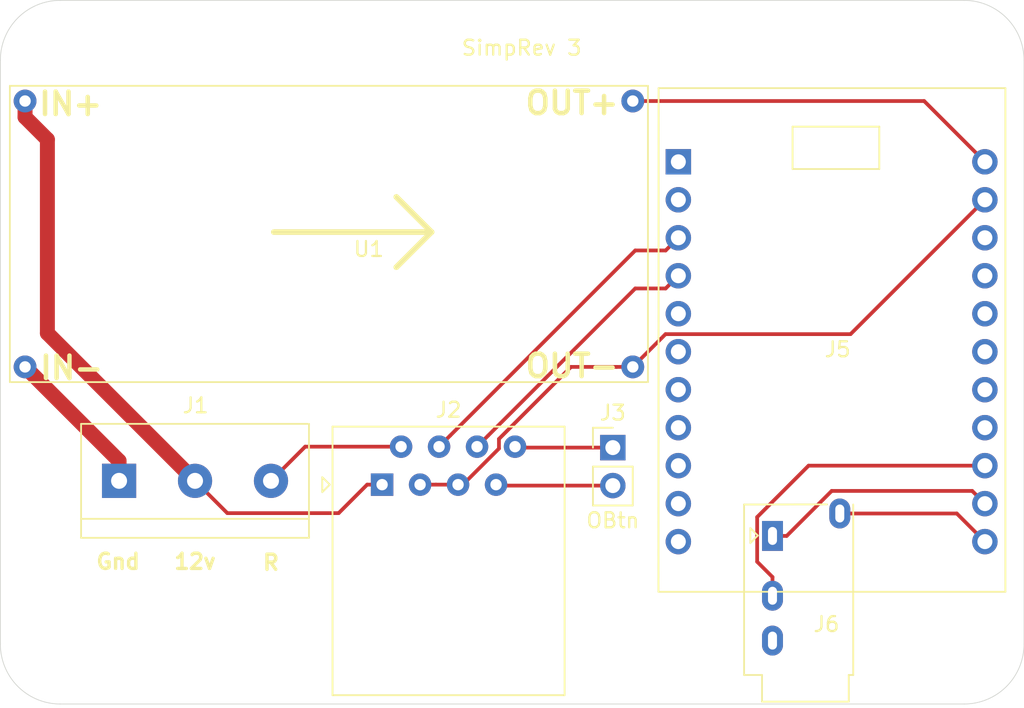
<source format=kicad_pcb>
(kicad_pcb (version 20171130) (host pcbnew "(5.1.2)-2")

  (general
    (thickness 1.6)
    (drawings 19)
    (tracks 49)
    (zones 0)
    (modules 10)
    (nets 29)
  )

  (page A4)
  (layers
    (0 F.Cu signal)
    (31 B.Cu signal)
    (32 B.Adhes user)
    (33 F.Adhes user)
    (34 B.Paste user)
    (35 F.Paste user)
    (36 B.SilkS user)
    (37 F.SilkS user)
    (38 B.Mask user)
    (39 F.Mask user)
    (40 Dwgs.User user)
    (41 Cmts.User user)
    (42 Eco1.User user)
    (43 Eco2.User user)
    (44 Edge.Cuts user)
    (45 Margin user)
    (46 B.CrtYd user)
    (47 F.CrtYd user)
    (48 B.Fab user)
    (49 F.Fab user)
  )

  (setup
    (last_trace_width 0.25)
    (user_trace_width 1)
    (trace_clearance 0.2)
    (zone_clearance 0.508)
    (zone_45_only no)
    (trace_min 0.2)
    (via_size 0.8)
    (via_drill 0.4)
    (via_min_size 0.4)
    (via_min_drill 0.3)
    (uvia_size 0.3)
    (uvia_drill 0.1)
    (uvias_allowed no)
    (uvia_min_size 0.2)
    (uvia_min_drill 0.1)
    (edge_width 0.05)
    (segment_width 0.2)
    (pcb_text_width 0.3)
    (pcb_text_size 1.5 1.5)
    (mod_edge_width 0.12)
    (mod_text_size 1 1)
    (mod_text_width 0.15)
    (pad_size 1.524 1.524)
    (pad_drill 0.762)
    (pad_to_mask_clearance 0.051)
    (solder_mask_min_width 0.25)
    (aux_axis_origin 0 0)
    (visible_elements 7FFFFFFF)
    (pcbplotparams
      (layerselection 0x010fc_ffffffff)
      (usegerberextensions false)
      (usegerberattributes false)
      (usegerberadvancedattributes false)
      (creategerberjobfile false)
      (excludeedgelayer true)
      (linewidth 0.100000)
      (plotframeref false)
      (viasonmask false)
      (mode 1)
      (useauxorigin false)
      (hpglpennumber 1)
      (hpglpenspeed 20)
      (hpglpendiameter 15.000000)
      (psnegative false)
      (psa4output false)
      (plotreference true)
      (plotvalue true)
      (plotinvisibletext false)
      (padsonsilk false)
      (subtractmaskfromsilk false)
      (outputformat 1)
      (mirror false)
      (drillshape 0)
      (scaleselection 1)
      (outputdirectory "Gerbers/"))
  )

  (net 0 "")
  (net 1 GND)
  (net 2 +12V)
  (net 3 "Net-(J2-Pad4)")
  (net 4 "Net-(J2-Pad7)")
  (net 5 "Net-(J2-Pad8)")
  (net 6 "Net-(J5-Pad1)")
  (net 7 +5V)
  (net 8 "Net-(J5-Pad3)")
  (net 9 "Net-(J5-Pad6)")
  (net 10 "Net-(J5-Pad8)")
  (net 11 "Net-(J5-Pad9)")
  (net 12 "Net-(J5-Pad10)")
  (net 13 "Net-(J5-Pad11)")
  (net 14 "Net-(J5-Pad12)")
  (net 15 "Net-(J5-Pad13)")
  (net 16 "Net-(J5-Pad14)")
  (net 17 "Net-(J5-Pad15)")
  (net 18 "Net-(J5-Pad16)")
  (net 19 "Net-(J5-Pad17)")
  (net 20 "Net-(J5-Pad18)")
  (net 21 "Net-(J5-Pad19)")
  (net 22 "Net-(J5-Pad20)")
  (net 23 "Net-(J5-Pad21)")
  (net 24 "Net-(J5-Pad22)")
  (net 25 "Net-(J6-PadR2)")
  (net 26 "Net-(J2-Pad6)")
  (net 27 GNDPWR)
  (net 28 "Net-(J1-Pad3)")

  (net_class Default "This is the default net class."
    (clearance 0.2)
    (trace_width 0.25)
    (via_dia 0.8)
    (via_drill 0.4)
    (uvia_dia 0.3)
    (uvia_drill 0.1)
    (add_net +12V)
    (add_net +5V)
    (add_net GND)
    (add_net GNDPWR)
    (add_net "Net-(J1-Pad3)")
    (add_net "Net-(J2-Pad4)")
    (add_net "Net-(J2-Pad6)")
    (add_net "Net-(J2-Pad7)")
    (add_net "Net-(J2-Pad8)")
    (add_net "Net-(J5-Pad1)")
    (add_net "Net-(J5-Pad10)")
    (add_net "Net-(J5-Pad11)")
    (add_net "Net-(J5-Pad12)")
    (add_net "Net-(J5-Pad13)")
    (add_net "Net-(J5-Pad14)")
    (add_net "Net-(J5-Pad15)")
    (add_net "Net-(J5-Pad16)")
    (add_net "Net-(J5-Pad17)")
    (add_net "Net-(J5-Pad18)")
    (add_net "Net-(J5-Pad19)")
    (add_net "Net-(J5-Pad20)")
    (add_net "Net-(J5-Pad21)")
    (add_net "Net-(J5-Pad22)")
    (add_net "Net-(J5-Pad3)")
    (add_net "Net-(J5-Pad6)")
    (add_net "Net-(J5-Pad8)")
    (add_net "Net-(J5-Pad9)")
    (add_net "Net-(J6-PadR2)")
  )

  (module MountingHole:MountingHole_3mm (layer F.Cu) (tedit 56D1B4CB) (tstamp 5DD8B2BD)
    (at 138.684 51.562)
    (descr "Mounting Hole 3mm, no annular")
    (tags "mounting hole 3mm no annular")
    (attr virtual)
    (fp_text reference REF (at 5.0165 -0.127) (layer F.Fab)
      (effects (font (size 1 1) (thickness 0.15)))
    )
    (fp_text value MountingHole_3mm (at 5.3975 3.8735) (layer F.Fab)
      (effects (font (size 1 1) (thickness 0.15)))
    )
    (fp_circle (center 0 0) (end 3.25 0) (layer F.CrtYd) (width 0.05))
    (fp_circle (center 0 0) (end 3 0) (layer Cmts.User) (width 0.15))
    (fp_text user %R (at 0.3 0) (layer F.Fab)
      (effects (font (size 1 1) (thickness 0.15)))
    )
    (pad 1 np_thru_hole circle (at 0 0) (size 3 3) (drill 3) (layers *.Cu *.Mask))
  )

  (module "Useful Modifications:TerminalBlock_bornier-2_P5.08mm" (layer F.Cu) (tedit 5E48E9EF) (tstamp 5E4937AE)
    (at 141.4145 80.2005)
    (descr "simple 2-pin terminal block, pitch 5.08mm, revamped version of bornier2")
    (tags "terminal block bornier2")
    (path /5E48F627)
    (fp_text reference J1 (at 5.1181 -5.0419) (layer F.SilkS)
      (effects (font (size 1 1) (thickness 0.15)))
    )
    (fp_text value "Power and GoBtn" (at 5.207 3.048) (layer F.Fab)
      (effects (font (size 1 1) (thickness 0.15)))
    )
    (fp_text user %R (at 5.1308 -2.2352) (layer F.Fab)
      (effects (font (size 1 1) (thickness 0.15)))
    )
    (fp_line (start -2.41 2.55) (end 7.49 2.55) (layer F.Fab) (width 0.1))
    (fp_line (start -2.46 -3.75) (end -2.46 3.75) (layer F.Fab) (width 0.1))
    (fp_line (start -2.46 3.75) (end 12.62 3.75) (layer F.Fab) (width 0.1))
    (fp_line (start 12.62 3.75) (end 12.62 -3.75) (layer F.Fab) (width 0.1))
    (fp_line (start 12.62 -3.75) (end -2.46 -3.75) (layer F.Fab) (width 0.1))
    (fp_line (start 12.7 2.54) (end -2.54 2.54) (layer F.SilkS) (width 0.12))
    (fp_line (start 12.7 3.81) (end 12.7 -3.81) (layer F.SilkS) (width 0.12))
    (fp_line (start 12.7 -3.81) (end -2.54 -3.81) (layer F.SilkS) (width 0.12))
    (fp_line (start -2.54 -3.81) (end -2.54 3.81) (layer F.SilkS) (width 0.12))
    (fp_line (start -2.54 3.81) (end 12.7 3.81) (layer F.SilkS) (width 0.12))
    (fp_line (start -2.71 -4) (end 12.87 -4) (layer F.CrtYd) (width 0.05))
    (fp_line (start -2.71 -4) (end -2.71 4) (layer F.CrtYd) (width 0.05))
    (fp_line (start 12.87 4) (end 12.87 -4) (layer F.CrtYd) (width 0.05))
    (fp_line (start 12.87 4) (end -2.71 4) (layer F.CrtYd) (width 0.05))
    (pad 1 thru_hole rect (at 0 0) (size 2.286 2.286) (drill 1.0668) (layers *.Cu *.Mask)
      (net 27 GNDPWR))
    (pad 2 thru_hole circle (at 5.08 0) (size 2.286 2.286) (drill 1.0668) (layers *.Cu *.Mask)
      (net 2 +12V))
    (pad 3 thru_hole circle (at 10.16 0) (size 2.286 2.286) (drill 1.0668) (layers *.Cu *.Mask)
      (net 28 "Net-(J1-Pad3)"))
    (model ${KISYS3DMOD}/TerminalBlock.3dshapes/TerminalBlock_bornier-2_P5.08mm.wrl
      (offset (xyz 2.539999961853027 0 0))
      (scale (xyz 1 1 1))
      (rotate (xyz 0 0 0))
    )
  )

  (module "Useful Modifications:Jack_3.5mm_PJ320A_Horizontal" (layer F.Cu) (tedit 5DD8B2A8) (tstamp 5DD676F8)
    (at 189.611 83.8835 180)
    (descr "Headphones with microphone connector, 3.5mm, 4 pins (http://www.qingpu-electronics.com/en/products/WQP-PJ320E-177.html)")
    (tags "3.5mm jack mic microphone phones headphones 4pins audio plug")
    (path /5DD6A4B7)
    (fp_text reference J6 (at 0.889 -5.9055 180) (layer F.SilkS)
      (effects (font (size 1 1) (thickness 0.15)))
    )
    (fp_text value AudioJack4 (at 2.794 -5.715 180) (layer F.Fab)
      (effects (font (size 1 1) (thickness 0.15)))
    )
    (fp_circle (center 0.9 0) (end 1.2 0.15) (layer F.Fab) (width 0.12))
    (fp_line (start -1.3 -11.484) (end 6.8 -11.484) (layer F.CrtYd) (width 0.05))
    (fp_line (start -0.6 -9.3) (end -0.6 -11.084) (layer F.SilkS) (width 0.12))
    (fp_line (start 5.2 -9.3) (end 5.2 -11.084) (layer F.SilkS) (width 0.12))
    (fp_line (start 6.4 -9.3) (end 6.4 2.1) (layer F.SilkS) (width 0.12))
    (fp_line (start 5.2 -11.084) (end -0.6 -11.084) (layer F.SilkS) (width 0.12))
    (fp_line (start -0.9 -9.3) (end -0.6 -9.3) (layer F.SilkS) (width 0.12))
    (fp_line (start 5.2 -9.3) (end 6.4 -9.3) (layer F.SilkS) (width 0.12))
    (fp_line (start 6.8 -11.484) (end 6.8 3) (layer F.CrtYd) (width 0.05))
    (fp_line (start -1.3 -11.484) (end -1.3 3) (layer F.CrtYd) (width 0.05))
    (fp_line (start -1.3 3) (end 6.8 3) (layer F.CrtYd) (width 0.05))
    (fp_line (start 0.8509 2.1082) (end 6.4 2.1) (layer F.SilkS) (width 0.12))
    (fp_line (start -0.9 -9.3) (end -0.9 2.1) (layer F.SilkS) (width 0.12))
    (fp_line (start 6.3 -9.2) (end 6.3 2) (layer F.Fab) (width 0.1))
    (fp_line (start 5.1 -9.2) (end 6.3 -9.2) (layer F.Fab) (width 0.1))
    (fp_line (start 5.1 -10.984) (end 5.1 -9.2) (layer F.Fab) (width 0.1))
    (fp_line (start -0.5 -10.984) (end 5.1 -10.984) (layer F.Fab) (width 0.1))
    (fp_line (start -0.5 -9.2) (end -0.5 -10.984) (layer F.Fab) (width 0.1))
    (fp_line (start -0.8 -9.2) (end -0.5 -9.2) (layer F.Fab) (width 0.1))
    (fp_line (start -0.8 2) (end -0.8 -9.2) (layer F.Fab) (width 0.1))
    (fp_line (start 6.3 2) (end 0.9271 2) (layer F.Fab) (width 0.1))
    (fp_line (start 5.4799 0.0254) (end 5.9799 0.5254) (layer F.SilkS) (width 0.12))
    (fp_line (start 5.9799 0.5254) (end 5.9799 -0.4746) (layer F.SilkS) (width 0.12))
    (fp_line (start 5.9799 -0.4746) (end 5.4799 0.0254) (layer F.SilkS) (width 0.12))
    (fp_text user %R (at 0.762 -3.7465 180) (layer F.Fab)
      (effects (font (size 1 1) (thickness 0.15)))
    )
    (pad "" np_thru_hole circle (at 2 -1.5 90) (size 1.2 1.2) (drill 1.2) (layers *.Cu *.Mask))
    (pad "" np_thru_hole circle (at 2 -8.5 90) (size 1.2 1.2) (drill 1.2) (layers *.Cu *.Mask))
    (pad R2 thru_hole oval (at 4.5 -7 90) (size 2 1.4) (drill oval 1.2 0.6) (layers *.Cu *.Mask)
      (net 25 "Net-(J6-PadR2)"))
    (pad R1 thru_hole oval (at 4.5 -4 90) (size 2 1.4) (drill oval 1.2 0.6) (layers *.Cu *.Mask)
      (net 20 "Net-(J5-Pad18)"))
    (pad T thru_hole rect (at 4.5 0 90) (size 2 1.4) (drill oval 1.2 0.6) (layers *.Cu *.Mask)
      (net 22 "Net-(J5-Pad20)"))
    (pad S thru_hole oval (at 0 1.5 90) (size 2 1.4) (drill oval 1.2 0.6) (layers *.Cu *.Mask)
      (net 24 "Net-(J5-Pad22)"))
    (model ${KISYS3DMOD}/Connector_Audio.3dshapes/Jack_3.5mm_PJ320E_Horizontal.wrl
      (at (xyz 0 0 0))
      (scale (xyz 1 1 1))
      (rotate (xyz 0 0 0))
    )
  )

  (module MountingHole:MountingHole_3mm (layer F.Cu) (tedit 56D1B4CB) (tstamp 5DD8B05E)
    (at 198.12 51.562)
    (descr "Mounting Hole 3mm, no annular")
    (tags "mounting hole 3mm no annular")
    (attr virtual)
    (fp_text reference REF (at -6.0325 0.0635) (layer F.Fab)
      (effects (font (size 1 1) (thickness 0.15)))
    )
    (fp_text value MountingHole_3mm (at -4.699 3.81) (layer F.Fab)
      (effects (font (size 1 1) (thickness 0.15)))
    )
    (fp_text user %R (at 0.3 0) (layer F.Fab)
      (effects (font (size 1 1) (thickness 0.15)))
    )
    (fp_circle (center 0 0) (end 3 0) (layer Cmts.User) (width 0.15))
    (fp_circle (center 0 0) (end 3.25 0) (layer F.CrtYd) (width 0.05))
    (pad 1 np_thru_hole circle (at 0 0) (size 3 3) (drill 3) (layers *.Cu *.Mask))
  )

  (module MountingHole:MountingHole_3mm (layer F.Cu) (tedit 56D1B4CB) (tstamp 5DD8AFAA)
    (at 198.12 91.1225)
    (descr "Mounting Hole 3mm, no annular")
    (tags "mounting hole 3mm no annular")
    (attr virtual)
    (fp_text reference REF (at 0 -4) (layer F.Fab)
      (effects (font (size 1 1) (thickness 0.15)))
    )
    (fp_text value MountingHole_3mm (at -4.5085 2.286) (layer F.Fab)
      (effects (font (size 1 1) (thickness 0.15)))
    )
    (fp_text user %R (at 0.3 0) (layer F.Fab)
      (effects (font (size 1 1) (thickness 0.15)))
    )
    (fp_circle (center 0 0) (end 3 0) (layer Cmts.User) (width 0.15))
    (fp_circle (center 0 0) (end 3.25 0) (layer F.CrtYd) (width 0.05))
    (pad 1 np_thru_hole circle (at 0 0) (size 3 3) (drill 3) (layers *.Cu *.Mask))
  )

  (module "Useful Modifications:FXSound_2x11_P2.54mm_Short" (layer F.Cu) (tedit 5DBB7CC0) (tstamp 5DD676D5)
    (at 178.816 58.8645)
    (descr "Through hole straight pin header, 2x14, 2.54mm pitch, double rows")
    (tags "Through hole pin header THT 2x14 2.54mm double row")
    (path /5DD617CB)
    (fp_text reference J5 (at 10.6553 12.5476) (layer F.SilkS)
      (effects (font (size 1 1) (thickness 0.15)))
    )
    (fp_text value FX_Sound (at 10.795 14.605) (layer F.Fab)
      (effects (font (size 1 1) (thickness 0.15)))
    )
    (fp_line (start -1.8 -1.5) (end 1.3 -1.5) (layer F.CrtYd) (width 0.05))
    (fp_line (start -1.8 26.5) (end 1.3 26.5) (layer F.CrtYd) (width 0.05))
    (fp_line (start 19.2 -1.5) (end 22.35 -1.5) (layer F.CrtYd) (width 0.05))
    (fp_line (start 19.2 26.5) (end 22.35 26.5) (layer F.CrtYd) (width 0.05))
    (fp_line (start 19.2 -1.5) (end 19.2 26.5) (layer F.CrtYd) (width 0.05))
    (fp_line (start 1.3 -1.5) (end 1.3 26.5) (layer F.CrtYd) (width 0.05))
    (fp_line (start -1.2446 -4.8655) (end 21.81 -4.8655) (layer F.Fab) (width 0.1))
    (fp_line (start 21.81 -4.8655) (end 21.81 28.6945) (layer F.Fab) (width 0.1))
    (fp_line (start 21.81 28.6945) (end -1.27 28.6945) (layer F.Fab) (width 0.1))
    (fp_line (start -1.27 28.6945) (end -1.2446 -4.8655) (layer F.Fab) (width 0.1))
    (fp_line (start -1.33 28.7545) (end 21.87 28.7545) (layer F.SilkS) (width 0.12))
    (fp_line (start -1.3208 -4.9255) (end -1.33 28.7545) (layer F.SilkS) (width 0.12))
    (fp_line (start 21.87 -4.9255) (end 21.87 28.7545) (layer F.SilkS) (width 0.12))
    (fp_line (start -1.3208 -4.9255) (end 21.87 -4.9255) (layer F.SilkS) (width 0.12))
    (fp_line (start -1.8 -1.5) (end -1.8 26.5) (layer F.CrtYd) (width 0.05))
    (fp_line (start 22.35 26.5) (end 22.35 -1.5) (layer F.CrtYd) (width 0.05))
    (fp_text user %R (at 1.778 17.018 90) (layer F.Fab)
      (effects (font (size 1 1) (thickness 0.15)))
    )
    (fp_line (start 7.6381 -2.3495) (end 13.4381 -2.3495) (layer F.SilkS) (width 0.12))
    (fp_line (start 13.4381 -2.3495) (end 13.4381 0.4826) (layer F.SilkS) (width 0.12))
    (fp_line (start 13.4381 0.4826) (end 7.6381 0.4826) (layer F.SilkS) (width 0.12))
    (fp_line (start 7.6381 0.4826) (end 7.6381 -2.3495) (layer F.SilkS) (width 0.12))
    (pad 1 thru_hole rect (at 0 0) (size 1.7 1.7) (drill 1) (layers *.Cu *.Mask)
      (net 6 "Net-(J5-Pad1)"))
    (pad 2 thru_hole oval (at 20.5 0) (size 1.7 1.7) (drill 1) (layers *.Cu *.Mask)
      (net 7 +5V))
    (pad 3 thru_hole oval (at 0 2.54) (size 1.7 1.7) (drill 1) (layers *.Cu *.Mask)
      (net 8 "Net-(J5-Pad3)"))
    (pad 4 thru_hole oval (at 20.5 2.54) (size 1.7 1.7) (drill 1) (layers *.Cu *.Mask)
      (net 1 GND))
    (pad 5 thru_hole oval (at 0 5.08) (size 1.7 1.7) (drill 1) (layers *.Cu *.Mask)
      (net 3 "Net-(J2-Pad4)"))
    (pad 6 thru_hole oval (at 20.5 5.08) (size 1.7 1.7) (drill 1) (layers *.Cu *.Mask)
      (net 9 "Net-(J5-Pad6)"))
    (pad 7 thru_hole oval (at 0 7.62) (size 1.7 1.7) (drill 1) (layers *.Cu *.Mask)
      (net 26 "Net-(J2-Pad6)"))
    (pad 8 thru_hole oval (at 20.5 7.62) (size 1.7 1.7) (drill 1) (layers *.Cu *.Mask)
      (net 10 "Net-(J5-Pad8)"))
    (pad 9 thru_hole oval (at 0 10.16) (size 1.7 1.7) (drill 1) (layers *.Cu *.Mask)
      (net 11 "Net-(J5-Pad9)"))
    (pad 10 thru_hole oval (at 20.5 10.16) (size 1.7 1.7) (drill 1) (layers *.Cu *.Mask)
      (net 12 "Net-(J5-Pad10)"))
    (pad 11 thru_hole oval (at 0 12.7) (size 1.7 1.7) (drill 1) (layers *.Cu *.Mask)
      (net 13 "Net-(J5-Pad11)"))
    (pad 12 thru_hole oval (at 20.5 12.7) (size 1.7 1.7) (drill 1) (layers *.Cu *.Mask)
      (net 14 "Net-(J5-Pad12)"))
    (pad 13 thru_hole oval (at 0 15.24) (size 1.7 1.7) (drill 1) (layers *.Cu *.Mask)
      (net 15 "Net-(J5-Pad13)"))
    (pad 14 thru_hole oval (at 20.5 15.24) (size 1.7 1.7) (drill 1) (layers *.Cu *.Mask)
      (net 16 "Net-(J5-Pad14)"))
    (pad 15 thru_hole oval (at 0 17.78) (size 1.7 1.7) (drill 1) (layers *.Cu *.Mask)
      (net 17 "Net-(J5-Pad15)"))
    (pad 16 thru_hole oval (at 20.5 17.78) (size 1.7 1.7) (drill 1) (layers *.Cu *.Mask)
      (net 18 "Net-(J5-Pad16)"))
    (pad 17 thru_hole oval (at 0 20.32) (size 1.7 1.7) (drill 1) (layers *.Cu *.Mask)
      (net 19 "Net-(J5-Pad17)"))
    (pad 18 thru_hole oval (at 20.5 20.32) (size 1.7 1.7) (drill 1) (layers *.Cu *.Mask)
      (net 20 "Net-(J5-Pad18)"))
    (pad 19 thru_hole oval (at 0 22.86) (size 1.7 1.7) (drill 1) (layers *.Cu *.Mask)
      (net 21 "Net-(J5-Pad19)"))
    (pad 20 thru_hole oval (at 20.5 22.86) (size 1.7 1.7) (drill 1) (layers *.Cu *.Mask)
      (net 22 "Net-(J5-Pad20)"))
    (pad 21 thru_hole oval (at 0 25.4) (size 1.7 1.7) (drill 1) (layers *.Cu *.Mask)
      (net 23 "Net-(J5-Pad21)"))
    (pad 22 thru_hole oval (at 20.5 25.4) (size 1.7 1.7) (drill 1) (layers *.Cu *.Mask)
      (net 24 "Net-(J5-Pad22)"))
    (model ${KISYS3DMOD}/Connector_PinHeader_2.54mm.3dshapes/PinHeader_2x14_P2.54mm_Vertical.wrl
      (at (xyz 0 0 0))
      (scale (xyz 1 1 1))
      (rotate (xyz 0 0 0))
    )
  )

  (module MountingHole:MountingHole_3mm (layer F.Cu) (tedit 56D1B4CB) (tstamp 5DD8AED1)
    (at 138.684 91.1225)
    (descr "Mounting Hole 3mm, no annular")
    (tags "mounting hole 3mm no annular")
    (attr virtual)
    (fp_text reference REF (at 0 -4) (layer F.Fab)
      (effects (font (size 1 1) (thickness 0.15)))
    )
    (fp_text value MountingHole_3mm (at 4.445 2.0955) (layer F.Fab)
      (effects (font (size 1 1) (thickness 0.15)))
    )
    (fp_circle (center 0 0) (end 3.25 0) (layer F.CrtYd) (width 0.05))
    (fp_circle (center 0 0) (end 3 0) (layer Cmts.User) (width 0.15))
    (fp_text user %R (at 0.3 0) (layer F.Fab)
      (effects (font (size 1 1) (thickness 0.15)))
    )
    (pad 1 np_thru_hole circle (at 0 0) (size 3 3) (drill 3) (layers *.Cu *.Mask))
  )

  (module Connector_RJ:RJ45_Amphenol_54602-x08_Horizontal (layer F.Cu) (tedit 5B103613) (tstamp 5DD6767F)
    (at 159.004 80.4545)
    (descr "8 Pol Shallow Latch Connector, Modjack, RJ45 (https://cdn.amphenol-icc.com/media/wysiwyg/files/drawing/c-bmj-0102.pdf)")
    (tags RJ45)
    (path /5DD687C7)
    (fp_text reference J2 (at 4.445 -5) (layer F.SilkS)
      (effects (font (size 1 1) (thickness 0.15)))
    )
    (fp_text value RJ45 (at 4.445 4) (layer F.Fab)
      (effects (font (size 1 1) (thickness 0.15)))
    )
    (fp_text user %R (at 4.445 2) (layer F.Fab)
      (effects (font (size 1 1) (thickness 0.15)))
    )
    (fp_line (start -4 0.5) (end -3.5 0) (layer F.SilkS) (width 0.12))
    (fp_line (start -4 -0.5) (end -4 0.5) (layer F.SilkS) (width 0.12))
    (fp_line (start -3.5 0) (end -4 -0.5) (layer F.SilkS) (width 0.12))
    (fp_line (start -3.205 13.97) (end -3.205 -2.77) (layer F.Fab) (width 0.12))
    (fp_line (start 12.095 13.97) (end -3.205 13.97) (layer F.Fab) (width 0.12))
    (fp_line (start 12.095 -3.77) (end 12.095 13.97) (layer F.Fab) (width 0.12))
    (fp_line (start -2.205 -3.77) (end 12.095 -3.77) (layer F.Fab) (width 0.12))
    (fp_line (start -3.205 -2.77) (end -2.205 -3.77) (layer F.Fab) (width 0.12))
    (fp_line (start -3.315 14.08) (end 12.205 14.08) (layer F.SilkS) (width 0.12))
    (fp_line (start 12.205 -3.88) (end 12.205 14.08) (layer F.SilkS) (width 0.12))
    (fp_line (start 12.205 -3.88) (end -3.315 -3.88) (layer F.SilkS) (width 0.12))
    (fp_line (start -3.315 -3.88) (end -3.315 14.08) (layer F.SilkS) (width 0.12))
    (fp_line (start -3.71 -4.27) (end 12.6 -4.27) (layer F.CrtYd) (width 0.05))
    (fp_line (start -3.71 -4.27) (end -3.71 14.47) (layer F.CrtYd) (width 0.05))
    (fp_line (start 12.6 14.47) (end 12.6 -4.27) (layer F.CrtYd) (width 0.05))
    (fp_line (start 12.6 14.47) (end -3.71 14.47) (layer F.CrtYd) (width 0.05))
    (pad "" np_thru_hole circle (at 10.16 6.35) (size 3.2 3.2) (drill 3.2) (layers *.Cu *.Mask))
    (pad "" np_thru_hole circle (at -1.27 6.35) (size 3.2 3.2) (drill 3.2) (layers *.Cu *.Mask))
    (pad 1 thru_hole rect (at 0 0) (size 1.5 1.5) (drill 0.76) (layers *.Cu *.Mask)
      (net 2 +12V))
    (pad 2 thru_hole circle (at 1.27 -2.54) (size 1.5 1.5) (drill 0.76) (layers *.Cu *.Mask)
      (net 28 "Net-(J1-Pad3)"))
    (pad 3 thru_hole circle (at 2.54 0) (size 1.5 1.5) (drill 0.76) (layers *.Cu *.Mask)
      (net 1 GND))
    (pad 4 thru_hole circle (at 3.81 -2.54) (size 1.5 1.5) (drill 0.76) (layers *.Cu *.Mask)
      (net 3 "Net-(J2-Pad4)"))
    (pad 5 thru_hole circle (at 5.08 0) (size 1.5 1.5) (drill 0.76) (layers *.Cu *.Mask)
      (net 1 GND))
    (pad 6 thru_hole circle (at 6.35 -2.54) (size 1.5 1.5) (drill 0.76) (layers *.Cu *.Mask)
      (net 26 "Net-(J2-Pad6)"))
    (pad 7 thru_hole circle (at 7.62 0) (size 1.5 1.5) (drill 0.76) (layers *.Cu *.Mask)
      (net 4 "Net-(J2-Pad7)"))
    (pad 8 thru_hole circle (at 8.89 -2.54) (size 1.5 1.5) (drill 0.76) (layers *.Cu *.Mask)
      (net 5 "Net-(J2-Pad8)"))
    (model ${KISYS3DMOD}/Connector_RJ.3dshapes/RJ45_Amphenol_54602-x08_Horizontal.wrl
      (at (xyz 0 0 0))
      (scale (xyz 1 1 1))
      (rotate (xyz 0 0 0))
    )
  )

  (module Connector_PinHeader_2.54mm:PinHeader_1x02_P2.54mm_Vertical (layer F.Cu) (tedit 59FED5CC) (tstamp 5DD67695)
    (at 174.4345 77.978)
    (descr "Through hole straight pin header, 1x02, 2.54mm pitch, single row")
    (tags "Through hole pin header THT 1x02 2.54mm single row")
    (path /5DD6A29E)
    (fp_text reference J3 (at 0 -2.33) (layer F.SilkS)
      (effects (font (size 1 1) (thickness 0.15)))
    )
    (fp_text value OBtn (at 0 4.87) (layer F.SilkS)
      (effects (font (size 1 1) (thickness 0.15)))
    )
    (fp_line (start -0.635 -1.27) (end 1.27 -1.27) (layer F.Fab) (width 0.1))
    (fp_line (start 1.27 -1.27) (end 1.27 3.81) (layer F.Fab) (width 0.1))
    (fp_line (start 1.27 3.81) (end -1.27 3.81) (layer F.Fab) (width 0.1))
    (fp_line (start -1.27 3.81) (end -1.27 -0.635) (layer F.Fab) (width 0.1))
    (fp_line (start -1.27 -0.635) (end -0.635 -1.27) (layer F.Fab) (width 0.1))
    (fp_line (start -1.33 3.87) (end 1.33 3.87) (layer F.SilkS) (width 0.12))
    (fp_line (start -1.33 1.27) (end -1.33 3.87) (layer F.SilkS) (width 0.12))
    (fp_line (start 1.33 1.27) (end 1.33 3.87) (layer F.SilkS) (width 0.12))
    (fp_line (start -1.33 1.27) (end 1.33 1.27) (layer F.SilkS) (width 0.12))
    (fp_line (start -1.33 0) (end -1.33 -1.33) (layer F.SilkS) (width 0.12))
    (fp_line (start -1.33 -1.33) (end 0 -1.33) (layer F.SilkS) (width 0.12))
    (fp_line (start -1.8 -1.8) (end -1.8 4.35) (layer F.CrtYd) (width 0.05))
    (fp_line (start -1.8 4.35) (end 1.8 4.35) (layer F.CrtYd) (width 0.05))
    (fp_line (start 1.8 4.35) (end 1.8 -1.8) (layer F.CrtYd) (width 0.05))
    (fp_line (start 1.8 -1.8) (end -1.8 -1.8) (layer F.CrtYd) (width 0.05))
    (fp_text user %R (at 0 1.27 90) (layer F.Fab)
      (effects (font (size 1 1) (thickness 0.15)))
    )
    (pad 1 thru_hole rect (at 0 0) (size 1.7 1.7) (drill 1) (layers *.Cu *.Mask)
      (net 5 "Net-(J2-Pad8)"))
    (pad 2 thru_hole oval (at 0 2.54) (size 1.7 1.7) (drill 1) (layers *.Cu *.Mask)
      (net 4 "Net-(J2-Pad7)"))
    (model ${KISYS3DMOD}/Connector_PinHeader_2.54mm.3dshapes/PinHeader_1x02_P2.54mm_Vertical.wrl
      (at (xyz 0 0 0))
      (scale (xyz 1 1 1))
      (rotate (xyz 0 0 0))
    )
  )

  (module "Useful Modifications:Regulator_LM2596Adj" (layer F.Cu) (tedit 5DD6226C) (tstamp 5DD6795C)
    (at 157.988 64.9605)
    (path /5DD765A7)
    (fp_text reference U1 (at 0.127 -0.254) (layer F.SilkS)
      (effects (font (size 1 1) (thickness 0.15)))
    )
    (fp_text value LM2596 (at 0.0635 -2.3495) (layer F.Fab)
      (effects (font (size 1 1) (thickness 0.15)))
    )
    (fp_line (start 18.796 -11.176) (end -23.876 -11.176) (layer F.SilkS) (width 0.12))
    (fp_line (start 18.796 8.636) (end 18.796 -11.176) (layer F.SilkS) (width 0.12))
    (fp_line (start -23.876 8.636) (end 18.796 8.636) (layer F.SilkS) (width 0.12))
    (fp_line (start -23.876 -11.176) (end -23.876 8.636) (layer F.SilkS) (width 0.12))
    (pad 6 thru_hole circle (at 17.78 7.62) (size 1.524 1.524) (drill 0.762) (layers *.Cu *.Mask)
      (net 1 GND))
    (pad 4 thru_hole circle (at 17.78 -10.16) (size 1.524 1.524) (drill 0.762) (layers *.Cu *.Mask)
      (net 7 +5V))
    (pad 1 thru_hole circle (at -22.86 7.62) (size 1.524 1.524) (drill 0.762) (layers *.Cu *.Mask)
      (net 27 GNDPWR))
    (pad 2 thru_hole circle (at -22.86 -10.16) (size 1.524 1.524) (drill 0.762) (layers *.Cu *.Mask)
      (net 2 +12V))
  )

  (gr_text R (at 151.5745 85.6615) (layer F.SilkS) (tstamp 5E494912)
    (effects (font (size 1.0174 1.0174) (thickness 0.2238)))
  )
  (gr_line (start 159.9565 65.913) (end 162.306 63.5635) (layer F.SilkS) (width 0.381) (tstamp 5E2E71B8))
  (gr_line (start 159.9565 61.214) (end 162.306 63.5635) (layer F.SilkS) (width 0.381) (tstamp 5E2E7115))
  (gr_line (start 151.765 63.5635) (end 162.306 63.5635) (layer F.SilkS) (width 0.381))
  (gr_text Gnd (at 141.351 85.598) (layer F.SilkS) (tstamp 5E2E7092)
    (effects (font (size 1.0174 1.0174) (thickness 0.2238)))
  )
  (gr_text OUT- (at 171.704 72.517) (layer F.SilkS) (tstamp 5E2E6B79)
    (effects (font (size 1.5 1.5) (thickness 0.3)))
  )
  (gr_text OUT+ (at 171.704 54.9275) (layer F.SilkS) (tstamp 5E2E6B79)
    (effects (font (size 1.5 1.5) (thickness 0.3)))
  )
  (gr_text IN+ (at 138.176 54.991) (layer F.SilkS) (tstamp 5E2E6B79)
    (effects (font (size 1.5 1.5) (thickness 0.3)))
  )
  (gr_text IN- (at 138.2395 72.644) (layer F.SilkS) (tstamp 5E2E6B79)
    (effects (font (size 1.5 1.5) (thickness 0.3)))
  )
  (gr_text 12v (at 146.4945 85.598) (layer F.SilkS)
    (effects (font (size 1.0174 1.0174) (thickness 0.2238)))
  )
  (gr_text "SimpRev 3" (at 168.3385 51.2445) (layer F.SilkS)
    (effects (font (size 0.999998 0.999998) (thickness 0.14986)))
  )
  (gr_arc (start 137.4775 91.1225) (end 133.477 91.1225) (angle -90) (layer Edge.Cuts) (width 0.05) (tstamp 5DD8B461))
  (gr_arc (start 137.4775 52.07) (end 137.4775 48.0695) (angle -90) (layer Edge.Cuts) (width 0.05) (tstamp 5DD8B461))
  (gr_arc (start 197.9295 52.07) (end 201.93 52.07) (angle -90) (layer Edge.Cuts) (width 0.05) (tstamp 5DD8B461))
  (gr_arc (start 197.9295 91.1225) (end 197.9295 95.123) (angle -90) (layer Edge.Cuts) (width 0.05))
  (gr_line (start 133.477 52.07) (end 133.477 91.1225) (layer Edge.Cuts) (width 0.05))
  (gr_line (start 197.9295 48.0695) (end 137.4775 48.0695) (layer Edge.Cuts) (width 0.05))
  (gr_line (start 201.93 91.1225) (end 201.93 52.07) (layer Edge.Cuts) (width 0.05))
  (gr_line (start 137.4775 95.123) (end 197.9295 95.123) (layer Edge.Cuts) (width 0.05))

  (segment (start 190.331001 70.389499) (end 198.466001 62.254499) (width 0.25) (layer F.Cu) (net 1))
  (segment (start 198.466001 62.254499) (end 199.316 61.4045) (width 0.25) (layer F.Cu) (net 1))
  (segment (start 177.959001 70.389499) (end 190.331001 70.389499) (width 0.25) (layer F.Cu) (net 1))
  (segment (start 175.768 72.5805) (end 177.959001 70.389499) (width 0.25) (layer F.Cu) (net 1))
  (segment (start 162.60466 80.4545) (end 164.084 80.4545) (width 0.25) (layer F.Cu) (net 1))
  (segment (start 161.544 80.4545) (end 162.60466 80.4545) (width 0.25) (layer F.Cu) (net 1))
  (segment (start 174.69037 72.5805) (end 175.768 72.5805) (width 0.25) (layer F.Cu) (net 1))
  (segment (start 171.636998 72.5805) (end 174.69037 72.5805) (width 0.25) (layer F.Cu) (net 1))
  (segment (start 166.818999 77.398499) (end 171.636998 72.5805) (width 0.25) (layer F.Cu) (net 1))
  (segment (start 166.818999 78.040503) (end 166.818999 77.398499) (width 0.25) (layer F.Cu) (net 1))
  (segment (start 164.405002 80.4545) (end 166.818999 78.040503) (width 0.25) (layer F.Cu) (net 1))
  (segment (start 164.084 80.4545) (end 164.405002 80.4545) (width 0.25) (layer F.Cu) (net 1))
  (segment (start 135.128 54.8005) (end 135.128 55.87813) (width 1) (layer F.Cu) (net 2))
  (segment (start 136.621185 70.327185) (end 146.4945 80.2005) (width 1) (layer F.Cu) (net 2))
  (segment (start 136.621185 57.371315) (end 136.621185 70.327185) (width 1) (layer F.Cu) (net 2))
  (segment (start 135.128 55.87813) (end 136.621185 57.371315) (width 1) (layer F.Cu) (net 2))
  (segment (start 158.004 80.4545) (end 159.004 80.4545) (width 0.25) (layer F.Cu) (net 2))
  (segment (start 156.099 82.3595) (end 158.004 80.4545) (width 0.25) (layer F.Cu) (net 2))
  (segment (start 148.6535 82.3595) (end 156.099 82.3595) (width 0.25) (layer F.Cu) (net 2))
  (segment (start 146.4945 80.2005) (end 148.6535 82.3595) (width 0.25) (layer F.Cu) (net 2))
  (segment (start 163.563999 77.164501) (end 162.814 77.9145) (width 0.25) (layer F.Cu) (net 3))
  (segment (start 175.934001 64.794499) (end 163.563999 77.164501) (width 0.25) (layer F.Cu) (net 3))
  (segment (start 177.966001 64.794499) (end 175.934001 64.794499) (width 0.25) (layer F.Cu) (net 3))
  (segment (start 178.816 63.9445) (end 177.966001 64.794499) (width 0.25) (layer F.Cu) (net 3))
  (segment (start 166.6875 80.518) (end 166.624 80.4545) (width 0.25) (layer F.Cu) (net 4))
  (segment (start 174.4345 80.518) (end 166.6875 80.518) (width 0.25) (layer F.Cu) (net 4))
  (segment (start 167.9575 77.978) (end 167.894 77.9145) (width 0.25) (layer F.Cu) (net 5))
  (segment (start 174.4345 77.978) (end 167.9575 77.978) (width 0.25) (layer F.Cu) (net 5))
  (segment (start 195.252 54.8005) (end 199.316 58.8645) (width 0.25) (layer F.Cu) (net 7))
  (segment (start 175.768 54.8005) (end 195.252 54.8005) (width 0.25) (layer F.Cu) (net 7))
  (segment (start 185.111 86.6335) (end 185.111 87.8835) (width 0.25) (layer F.Cu) (net 20))
  (segment (start 184.085999 85.608499) (end 185.111 86.6335) (width 0.25) (layer F.Cu) (net 20))
  (segment (start 184.085999 82.623499) (end 184.085999 85.608499) (width 0.25) (layer F.Cu) (net 20))
  (segment (start 187.524998 79.1845) (end 184.085999 82.623499) (width 0.25) (layer F.Cu) (net 20))
  (segment (start 199.316 79.1845) (end 187.524998 79.1845) (width 0.25) (layer F.Cu) (net 20))
  (segment (start 198.466001 80.874501) (end 199.316 81.7245) (width 0.25) (layer F.Cu) (net 22))
  (segment (start 189.069999 80.874501) (end 198.466001 80.874501) (width 0.25) (layer F.Cu) (net 22))
  (segment (start 185.111 83.8835) (end 186.061 83.8835) (width 0.25) (layer F.Cu) (net 22))
  (segment (start 186.061 83.8835) (end 189.069999 80.874501) (width 0.25) (layer F.Cu) (net 22))
  (segment (start 197.435 82.3835) (end 189.611 82.3835) (width 0.25) (layer F.Cu) (net 24))
  (segment (start 199.316 84.2645) (end 197.435 82.3835) (width 0.25) (layer F.Cu) (net 24))
  (segment (start 166.103999 77.164501) (end 165.354 77.9145) (width 0.25) (layer F.Cu) (net 26))
  (segment (start 175.934001 67.334499) (end 166.103999 77.164501) (width 0.25) (layer F.Cu) (net 26))
  (segment (start 177.966001 67.334499) (end 175.934001 67.334499) (width 0.25) (layer F.Cu) (net 26))
  (segment (start 178.816 66.4845) (end 177.966001 67.334499) (width 0.25) (layer F.Cu) (net 26))
  (segment (start 141.4145 78.867) (end 141.4145 80.2005) (width 1) (layer F.Cu) (net 27))
  (segment (start 135.128 72.5805) (end 141.4145 78.867) (width 1) (layer F.Cu) (net 27))
  (segment (start 153.8605 77.9145) (end 160.274 77.9145) (width 0.25) (layer F.Cu) (net 28))
  (segment (start 151.5745 80.2005) (end 153.8605 77.9145) (width 0.25) (layer F.Cu) (net 28))

)

</source>
